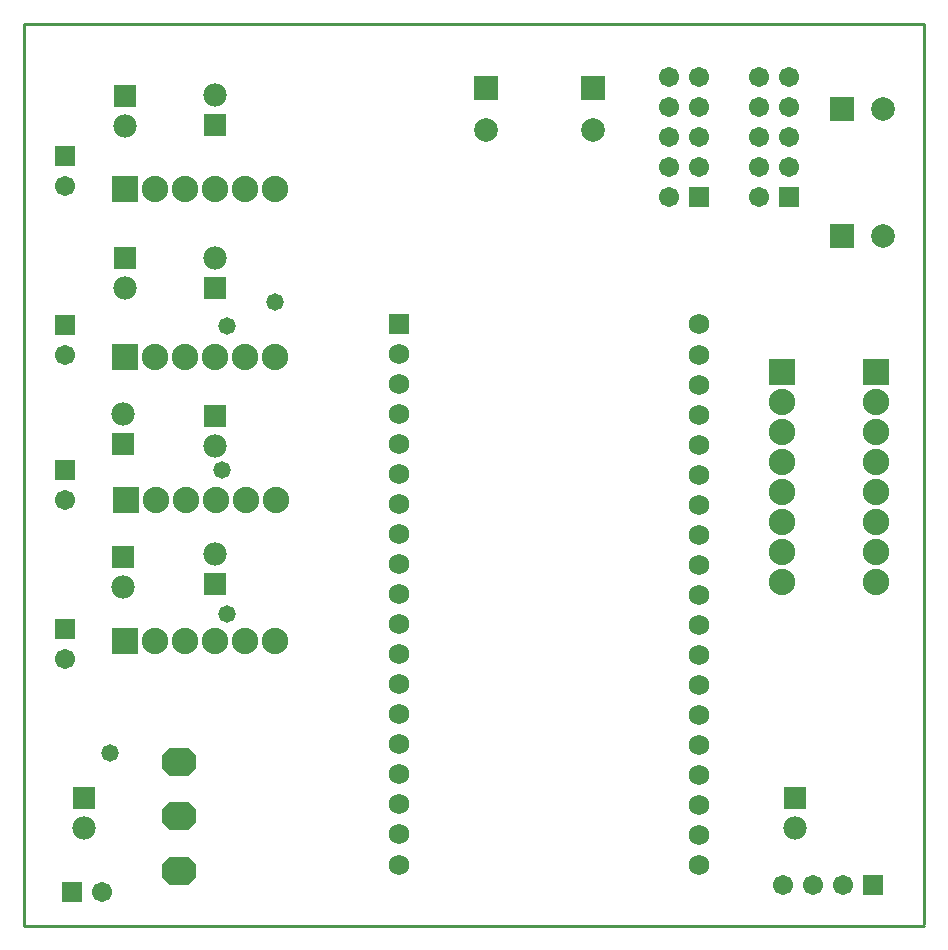
<source format=gbs>
G04*
G04 #@! TF.GenerationSoftware,Altium Limited,Altium Designer,20.2.6 (244)*
G04*
G04 Layer_Color=16711935*
%FSLAX24Y24*%
%MOIN*%
G70*
G04*
G04 #@! TF.SameCoordinates,67DAE9A7-D567-40AA-987E-AE02A1C53A3D*
G04*
G04*
G04 #@! TF.FilePolarity,Negative*
G04*
G01*
G75*
%ADD10C,0.0100*%
%ADD18C,0.0780*%
%ADD19R,0.0780X0.0780*%
%ADD20R,0.0671X0.0671*%
%ADD21C,0.0671*%
%ADD22R,0.0880X0.0880*%
%ADD23C,0.0880*%
%ADD24R,0.0880X0.0880*%
%ADD25R,0.0789X0.0789*%
%ADD26C,0.0789*%
%ADD27R,0.0671X0.0671*%
%ADD28R,0.0789X0.0789*%
G04:AMPARAMS|DCode=29|XSize=114.3mil|YSize=90.7mil|CornerRadius=0mil|HoleSize=0mil|Usage=FLASHONLY|Rotation=0.000|XOffset=0mil|YOffset=0mil|HoleType=Round|Shape=Octagon|*
%AMOCTAGOND29*
4,1,8,0.0572,-0.0227,0.0572,0.0227,0.0345,0.0453,-0.0345,0.0453,-0.0572,0.0227,-0.0572,-0.0227,-0.0345,-0.0453,0.0345,-0.0453,0.0572,-0.0227,0.0*
%
%ADD29OCTAGOND29*%

%ADD30C,0.0680*%
%ADD31R,0.0680X0.0680*%
%ADD32C,0.0580*%
D10*
X10050Y49850D02*
X40050D01*
X10050Y19800D02*
Y49850D01*
X10050Y19800D02*
X40050D01*
X40050Y49850D02*
X40050Y19850D01*
D18*
X16400Y32200D02*
D03*
X35750Y23050D02*
D03*
X13400Y46450D02*
D03*
X16400Y47500D02*
D03*
X13400Y41050D02*
D03*
X16400Y42050D02*
D03*
Y35800D02*
D03*
X13345Y31097D02*
D03*
Y36850D02*
D03*
X12050Y23050D02*
D03*
D19*
X16400Y31200D02*
D03*
X35750Y24050D02*
D03*
X13400Y47450D02*
D03*
X16400Y46500D02*
D03*
X13400Y42050D02*
D03*
X16400Y41050D02*
D03*
Y36800D02*
D03*
X13345Y32097D02*
D03*
Y35850D02*
D03*
X12050Y24050D02*
D03*
D20*
X38350Y21150D02*
D03*
X11650Y20939D02*
D03*
D21*
X37350Y21150D02*
D03*
X36350D02*
D03*
X35350D02*
D03*
X12650Y20939D02*
D03*
X34550Y48100D02*
D03*
X35550D02*
D03*
X34550Y47100D02*
D03*
X35550D02*
D03*
X34550Y46100D02*
D03*
X35550D02*
D03*
X34550Y45100D02*
D03*
X35550D02*
D03*
X34550Y44100D02*
D03*
X11400Y28700D02*
D03*
Y34000D02*
D03*
Y38842D02*
D03*
Y44467D02*
D03*
X31561Y48100D02*
D03*
X32561D02*
D03*
X31561Y47100D02*
D03*
X32561D02*
D03*
X31561Y46100D02*
D03*
X32561D02*
D03*
X31561Y45100D02*
D03*
X32561D02*
D03*
X31561Y44100D02*
D03*
D22*
X35311Y38250D02*
D03*
X38450D02*
D03*
D23*
X35311Y31250D02*
D03*
Y32250D02*
D03*
Y33250D02*
D03*
Y34250D02*
D03*
Y35250D02*
D03*
Y36250D02*
D03*
Y37250D02*
D03*
X38450D02*
D03*
Y36250D02*
D03*
Y35250D02*
D03*
Y34250D02*
D03*
Y33250D02*
D03*
Y32250D02*
D03*
Y31250D02*
D03*
X14400Y44374D02*
D03*
X16400D02*
D03*
X17400D02*
D03*
X15400D02*
D03*
X18400D02*
D03*
Y29300D02*
D03*
X15400D02*
D03*
X17400D02*
D03*
X16400D02*
D03*
X14400D02*
D03*
Y38750D02*
D03*
X16400D02*
D03*
X17400D02*
D03*
X15400D02*
D03*
X18400D02*
D03*
X18450Y34000D02*
D03*
X15450D02*
D03*
X17450D02*
D03*
X16450D02*
D03*
X14450D02*
D03*
D24*
X13400Y44374D02*
D03*
Y29300D02*
D03*
Y38750D02*
D03*
X13450Y34000D02*
D03*
D25*
X37300Y47025D02*
D03*
Y42800D02*
D03*
D26*
X38678Y47025D02*
D03*
Y42800D02*
D03*
X25450Y46336D02*
D03*
X29000D02*
D03*
D27*
X35550Y44100D02*
D03*
X11400Y29700D02*
D03*
Y35000D02*
D03*
Y39842D02*
D03*
Y45467D02*
D03*
X32561Y44100D02*
D03*
D28*
X25450Y47714D02*
D03*
X29000D02*
D03*
D29*
X15200Y21639D02*
D03*
Y23450D02*
D03*
Y25261D02*
D03*
D30*
X32550Y39870D02*
D03*
Y38830D02*
D03*
Y37830D02*
D03*
Y36830D02*
D03*
Y35830D02*
D03*
Y34830D02*
D03*
Y33830D02*
D03*
Y32830D02*
D03*
Y31830D02*
D03*
Y30830D02*
D03*
Y29830D02*
D03*
Y28830D02*
D03*
Y27830D02*
D03*
Y26830D02*
D03*
Y25830D02*
D03*
Y24830D02*
D03*
Y23830D02*
D03*
Y22830D02*
D03*
Y21830D02*
D03*
X22550D02*
D03*
Y22870D02*
D03*
Y23870D02*
D03*
Y24870D02*
D03*
Y25870D02*
D03*
Y26870D02*
D03*
Y27870D02*
D03*
Y28870D02*
D03*
Y29870D02*
D03*
Y30870D02*
D03*
Y31870D02*
D03*
Y32870D02*
D03*
Y33870D02*
D03*
Y34870D02*
D03*
Y35870D02*
D03*
Y36870D02*
D03*
Y37870D02*
D03*
Y38870D02*
D03*
D31*
Y39870D02*
D03*
D32*
X12900Y25550D02*
D03*
X16800Y30200D02*
D03*
X16650Y35000D02*
D03*
X16800Y39800D02*
D03*
X18400Y40600D02*
D03*
M02*

</source>
